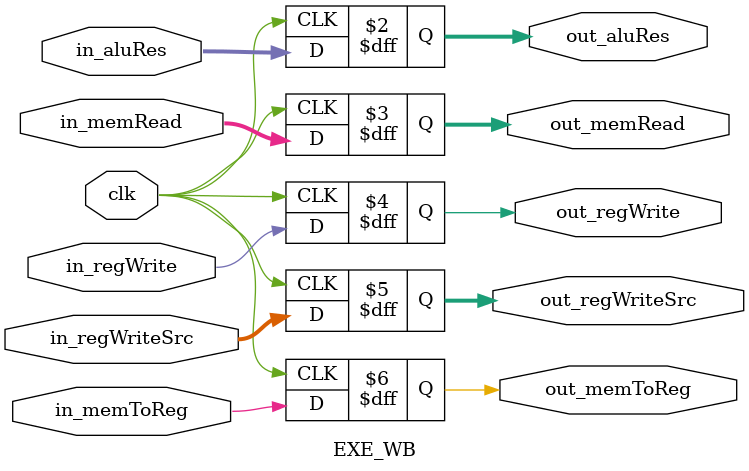
<source format=v>
`timescale 1ns/1ps

module EXE_WB(
           input clk,
           input [31:0] in_aluRes,
           input [31:0] in_memRead,
           input        in_regWrite,
           input [2 :0] in_regWriteSrc,
           input        in_memToReg,
           output reg [31:0] out_aluRes,
           output reg [31:0] out_memRead,
           output reg        out_regWrite,
           output reg [2 :0] out_regWriteSrc,
           output reg        out_memToReg
       );
always @(posedge clk) begin
    out_aluRes      <= in_aluRes;
    out_memRead     <= in_memRead;
    out_regWrite    <= in_regWrite;
    out_regWriteSrc <= in_regWriteSrc;
    out_memToReg    <= in_memToReg;
end
endmodule

</source>
